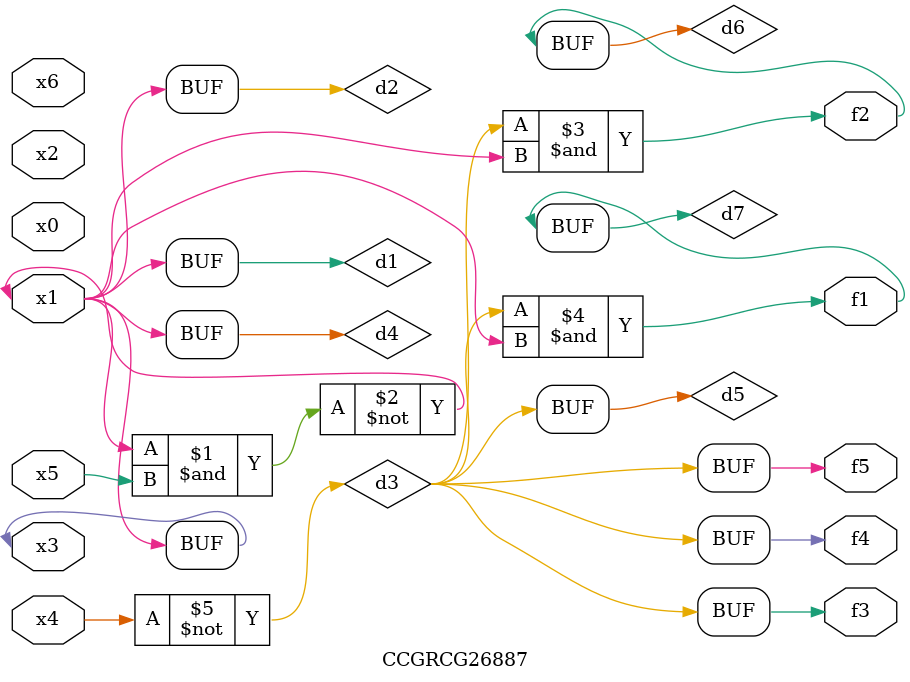
<source format=v>
module CCGRCG26887(
	input x0, x1, x2, x3, x4, x5, x6,
	output f1, f2, f3, f4, f5
);

	wire d1, d2, d3, d4, d5, d6, d7;

	buf (d1, x1, x3);
	nand (d2, x1, x5);
	not (d3, x4);
	buf (d4, d1, d2);
	buf (d5, d3);
	and (d6, d3, d4);
	and (d7, d3, d4);
	assign f1 = d7;
	assign f2 = d6;
	assign f3 = d5;
	assign f4 = d5;
	assign f5 = d5;
endmodule

</source>
